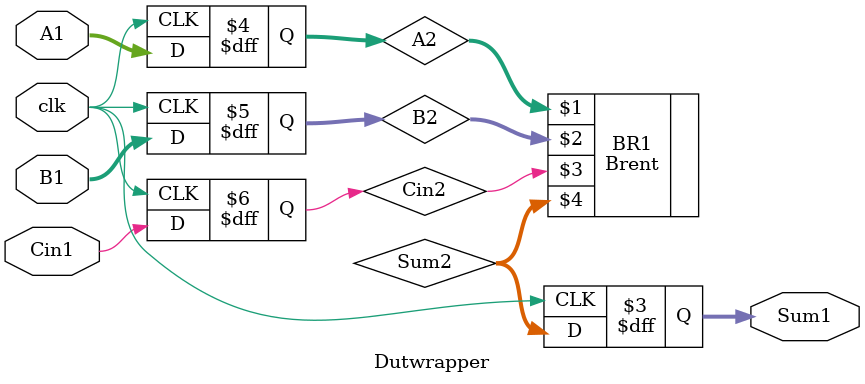
<source format=v>
module Dutwrapper (clk,A1,B1,Cin1,Sum1);

parameter N = 32;
input clk;
input [N-1:0] A1, B1;
input Cin1;

output reg [N:0] Sum1;


reg [N-1:0] A2, B2;
reg Cin2;

wire [N:0] Sum2;

Brent BR1(A2,B2,Cin2,Sum2);

always @(posedge clk)
begin
A2<=A1;
B2<=B1;
Cin2<=Cin1;
end

always @(posedge clk)
begin
Sum1<=Sum2;
end


endmodule

</source>
